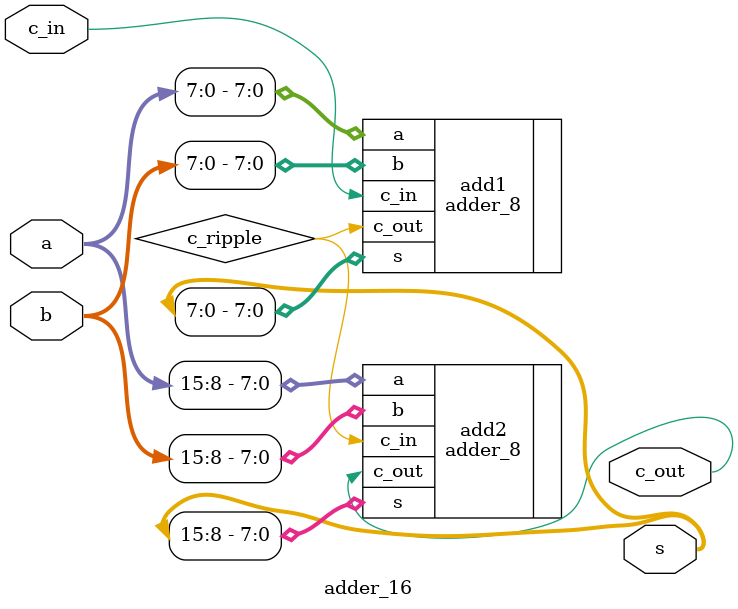
<source format=v>
`timescale 1ns / 1ps

module adder_16(
    output [15:0] s,
    output c_out,
    input [15:0] a,
    input [15:0] b,
    input c_in
);

	wire c_ripple;
	 
	adder_8 add1(
		.s(s[7:0]),
		.c_out(c_ripple),
		.a(a[7:0]),
		.b(b[7:0]),
		.c_in(c_in)
	);
						  
	adder_8 add2(
		.s(s[15:8]),
		.c_out(c_out),
		.a(a[15:8]),
		.b(b[15:8]),
		.c_in(c_ripple)
	);


endmodule

</source>
